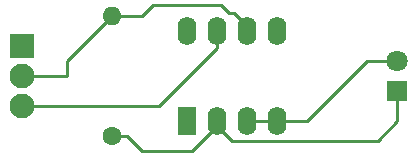
<source format=gbr>
G04 #@! TF.GenerationSoftware,KiCad,Pcbnew,(5.1.4)-1*
G04 #@! TF.CreationDate,2020-04-20T12:39:18-04:00*
G04 #@! TF.ProjectId,LightSensor2,4c696768-7453-4656-9e73-6f72322e6b69,rev?*
G04 #@! TF.SameCoordinates,Original*
G04 #@! TF.FileFunction,Copper,L1,Top*
G04 #@! TF.FilePolarity,Positive*
%FSLAX46Y46*%
G04 Gerber Fmt 4.6, Leading zero omitted, Abs format (unit mm)*
G04 Created by KiCad (PCBNEW (5.1.4)-1) date 2020-04-20 12:39:18*
%MOMM*%
%LPD*%
G04 APERTURE LIST*
%ADD10O,1.600000X2.400000*%
%ADD11R,1.600000X2.400000*%
%ADD12C,2.100000*%
%ADD13R,2.100000X2.100000*%
%ADD14C,1.800000*%
%ADD15R,1.800000X1.800000*%
%ADD16O,1.600000X1.600000*%
%ADD17C,1.600000*%
%ADD18C,0.250000*%
G04 APERTURE END LIST*
D10*
X134620000Y203200000D03*
X142240000Y195580000D03*
X137160000Y203200000D03*
X139700000Y195580000D03*
X139700000Y203200000D03*
X137160000Y195580000D03*
X142240000Y203200000D03*
D11*
X134620000Y195580000D03*
D12*
X120650000Y196850000D03*
X120650000Y199390000D03*
D13*
X120650000Y201930000D03*
D14*
X152400000Y200660000D03*
D15*
X152400000Y198120000D03*
D16*
X128270000Y204470000D03*
D17*
X128270000Y194310000D03*
D18*
X120650000Y199390000D02*
X124460000Y199390000D01*
X124460000Y200660000D02*
X128270000Y204470000D01*
X124460000Y199390000D02*
X124460000Y200660000D01*
X128270000Y204470000D02*
X130810000Y204470000D01*
X139700000Y203600000D02*
X139700000Y203200000D01*
X138574990Y204725010D02*
X139700000Y203600000D01*
X130810000Y204470000D02*
X131729990Y205389990D01*
X138574990Y204725010D02*
X138174990Y204725010D01*
X137510010Y205389990D02*
X131729990Y205389990D01*
X138174990Y204725010D02*
X137510010Y205389990D01*
X128270000Y194310000D02*
X129540000Y194310000D01*
X129540000Y194310000D02*
X130810000Y193040000D01*
X137160000Y195180000D02*
X137160000Y195580000D01*
X135020000Y193040000D02*
X137160000Y195180000D01*
X130810000Y193040000D02*
X135020000Y193040000D01*
X137160000Y195180000D02*
X138430000Y193910000D01*
X145650000Y193910000D02*
X150730000Y193910000D01*
X145650000Y193910000D02*
X146450000Y193910000D01*
X138430000Y193910000D02*
X145650000Y193910000D01*
X152400000Y195580000D02*
X152400000Y198120000D01*
X150730000Y193910000D02*
X152400000Y195580000D01*
X139700000Y195580000D02*
X142240000Y195580000D01*
X142240000Y195580000D02*
X142240000Y195980000D01*
X142240000Y195580000D02*
X144780000Y195580000D01*
X149860000Y200660000D02*
X152400000Y200660000D01*
X144780000Y195580000D02*
X149860000Y200660000D01*
X137160000Y201750000D02*
X137160000Y203200000D01*
X132260000Y196850000D02*
X137160000Y201750000D01*
X120650000Y196850000D02*
X132260000Y196850000D01*
M02*

</source>
